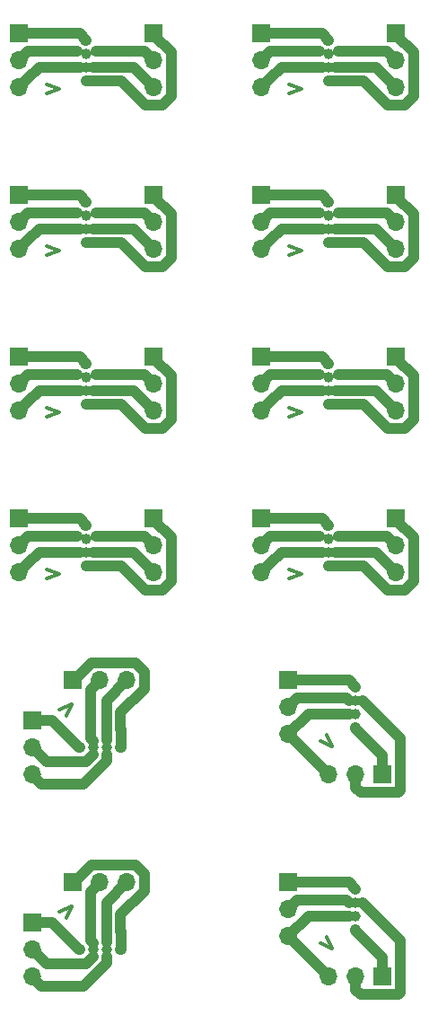
<source format=gbr>
G04 #@! TF.FileFunction,Copper,L1,Top,Signal*
%FSLAX46Y46*%
G04 Gerber Fmt 4.6, Leading zero omitted, Abs format (unit mm)*
G04 Created by KiCad (PCBNEW 4.0.5) date Fri Mar 31 10:56:58 2017*
%MOMM*%
%LPD*%
G01*
G04 APERTURE LIST*
%ADD10C,0.100000*%
%ADD11C,0.300000*%
%ADD12C,1.000760*%
%ADD13R,1.700000X1.700000*%
%ADD14O,1.700000X1.700000*%
%ADD15C,1.000000*%
G04 APERTURE END LIST*
D10*
D11*
X81918655Y-150036776D02*
X83029823Y-149531700D01*
X82524746Y-150642868D01*
X107138224Y-152403655D02*
X107643300Y-153514823D01*
X106532132Y-153009746D01*
X80708572Y-117788571D02*
X81851429Y-118217143D01*
X80708572Y-118645714D01*
X80708572Y-102548571D02*
X81851429Y-102977143D01*
X80708572Y-103405714D01*
X80708572Y-87308571D02*
X81851429Y-87737143D01*
X80708572Y-88165714D01*
X103568572Y-117788571D02*
X104711429Y-118217143D01*
X103568572Y-118645714D01*
X103568572Y-102548571D02*
X104711429Y-102977143D01*
X103568572Y-103405714D01*
X103568572Y-87308571D02*
X104711429Y-87737143D01*
X103568572Y-88165714D01*
X103568572Y-72068571D02*
X104711429Y-72497143D01*
X103568572Y-72925714D01*
X80708572Y-72068571D02*
X81851429Y-72497143D01*
X80708572Y-72925714D01*
X107138224Y-133353655D02*
X107643300Y-134464823D01*
X106532132Y-133959746D01*
X81918655Y-130986776D02*
X83029823Y-130481700D01*
X82524746Y-131592868D01*
D12*
X87630000Y-153670000D03*
X86360000Y-153670000D03*
X85090000Y-153670000D03*
X83820000Y-153670000D03*
D13*
X79375000Y-151130000D03*
D14*
X79375000Y-153670000D03*
X79375000Y-156210000D03*
D13*
X83185000Y-147320000D03*
D14*
X85725000Y-147320000D03*
X88265000Y-147320000D03*
D13*
X103505000Y-147320000D03*
D14*
X103505000Y-149860000D03*
X103505000Y-152400000D03*
D13*
X112395000Y-156210000D03*
D14*
X109855000Y-156210000D03*
X107315000Y-156210000D03*
D12*
X109855000Y-151765000D03*
X109855000Y-150495000D03*
X109855000Y-149225000D03*
X109855000Y-147955000D03*
X84455000Y-117475000D03*
X84455000Y-116205000D03*
X84455000Y-114935000D03*
X84455000Y-113665000D03*
D13*
X78105000Y-113030000D03*
D14*
X78105000Y-115570000D03*
X78105000Y-118110000D03*
D13*
X90805000Y-113030000D03*
D14*
X90805000Y-115570000D03*
X90805000Y-118110000D03*
D12*
X84455000Y-102235000D03*
X84455000Y-100965000D03*
X84455000Y-99695000D03*
X84455000Y-98425000D03*
D13*
X78105000Y-97790000D03*
D14*
X78105000Y-100330000D03*
X78105000Y-102870000D03*
D13*
X90805000Y-97790000D03*
D14*
X90805000Y-100330000D03*
X90805000Y-102870000D03*
D12*
X84455000Y-86995000D03*
X84455000Y-85725000D03*
X84455000Y-84455000D03*
X84455000Y-83185000D03*
D13*
X78105000Y-82550000D03*
D14*
X78105000Y-85090000D03*
X78105000Y-87630000D03*
D13*
X90805000Y-82550000D03*
D14*
X90805000Y-85090000D03*
X90805000Y-87630000D03*
D12*
X107315000Y-117475000D03*
X107315000Y-116205000D03*
X107315000Y-114935000D03*
X107315000Y-113665000D03*
D13*
X113665000Y-113030000D03*
D14*
X113665000Y-115570000D03*
X113665000Y-118110000D03*
D13*
X100965000Y-113030000D03*
D14*
X100965000Y-115570000D03*
X100965000Y-118110000D03*
D12*
X107315000Y-102235000D03*
X107315000Y-100965000D03*
X107315000Y-99695000D03*
X107315000Y-98425000D03*
D13*
X113665000Y-97790000D03*
D14*
X113665000Y-100330000D03*
X113665000Y-102870000D03*
D13*
X100965000Y-97790000D03*
D14*
X100965000Y-100330000D03*
X100965000Y-102870000D03*
D12*
X107315000Y-86995000D03*
X107315000Y-85725000D03*
X107315000Y-84455000D03*
X107315000Y-83185000D03*
D13*
X113665000Y-82550000D03*
D14*
X113665000Y-85090000D03*
X113665000Y-87630000D03*
D13*
X100965000Y-82550000D03*
D14*
X100965000Y-85090000D03*
X100965000Y-87630000D03*
D12*
X107315000Y-71755000D03*
X107315000Y-70485000D03*
X107315000Y-69215000D03*
X107315000Y-67945000D03*
D13*
X113665000Y-67310000D03*
D14*
X113665000Y-69850000D03*
X113665000Y-72390000D03*
D13*
X100965000Y-67310000D03*
D14*
X100965000Y-69850000D03*
X100965000Y-72390000D03*
D12*
X84455000Y-71755000D03*
X84455000Y-70485000D03*
X84455000Y-69215000D03*
X84455000Y-67945000D03*
D13*
X90805000Y-67310000D03*
D14*
X90805000Y-69850000D03*
X90805000Y-72390000D03*
D13*
X78105000Y-67310000D03*
D14*
X78105000Y-69850000D03*
X78105000Y-72390000D03*
D12*
X109855000Y-132715000D03*
X109855000Y-131445000D03*
X109855000Y-130175000D03*
X109855000Y-128905000D03*
D13*
X112395000Y-137160000D03*
D14*
X109855000Y-137160000D03*
X107315000Y-137160000D03*
D13*
X103505000Y-128270000D03*
D14*
X103505000Y-130810000D03*
X103505000Y-133350000D03*
D12*
X87630000Y-134620000D03*
X86360000Y-134620000D03*
X85090000Y-134620000D03*
X83820000Y-134620000D03*
D13*
X83185000Y-128270000D03*
D14*
X85725000Y-128270000D03*
X88265000Y-128270000D03*
D13*
X79375000Y-132080000D03*
D14*
X79375000Y-134620000D03*
X79375000Y-137160000D03*
D15*
X87660010Y-150366992D02*
X87660010Y-151908464D01*
X87660381Y-153639619D02*
X87660381Y-153670000D01*
X87690018Y-153609982D02*
X87660381Y-153639619D01*
X87690018Y-151938472D02*
X87690018Y-153609982D01*
X87660010Y-151908464D02*
X87690018Y-151938472D01*
X83185000Y-147320000D02*
X83282998Y-147320000D01*
X83282998Y-147320000D02*
X84932999Y-145669999D01*
X84932999Y-145669999D02*
X89057001Y-145669999D01*
X89915001Y-146527999D02*
X89915001Y-148112001D01*
X89057001Y-145669999D02*
X89915001Y-146527999D01*
X89915001Y-148112001D02*
X87660010Y-150366992D01*
X112395000Y-154360000D02*
X109855000Y-151820000D01*
X112395000Y-156210000D02*
X112395000Y-154360000D01*
X109855000Y-151820000D02*
X109855000Y-151795381D01*
X90805000Y-113030000D02*
X90805000Y-113127998D01*
X90805000Y-113127998D02*
X92455001Y-114777999D01*
X92455001Y-114777999D02*
X92455001Y-118902001D01*
X92455001Y-118902001D02*
X91597001Y-119760001D01*
X90012999Y-119760001D02*
X87758008Y-117505010D01*
X91597001Y-119760001D02*
X90012999Y-119760001D01*
X87758008Y-117505010D02*
X85079555Y-117505010D01*
X85079184Y-117505381D02*
X84455000Y-117505381D01*
X84485381Y-117505381D02*
X84455000Y-117505381D01*
X85079555Y-117505010D02*
X85079184Y-117505381D01*
X90805000Y-97790000D02*
X90805000Y-97887998D01*
X90805000Y-97887998D02*
X92455001Y-99537999D01*
X92455001Y-99537999D02*
X92455001Y-103662001D01*
X92455001Y-103662001D02*
X91597001Y-104520001D01*
X90012999Y-104520001D02*
X87758008Y-102265010D01*
X91597001Y-104520001D02*
X90012999Y-104520001D01*
X87758008Y-102265010D02*
X85079555Y-102265010D01*
X85079184Y-102265381D02*
X84455000Y-102265381D01*
X84485381Y-102265381D02*
X84455000Y-102265381D01*
X85079555Y-102265010D02*
X85079184Y-102265381D01*
X90805000Y-82550000D02*
X90805000Y-82647998D01*
X90805000Y-82647998D02*
X92455001Y-84297999D01*
X92455001Y-84297999D02*
X92455001Y-88422001D01*
X92455001Y-88422001D02*
X91597001Y-89280001D01*
X90012999Y-89280001D02*
X87758008Y-87025010D01*
X91597001Y-89280001D02*
X90012999Y-89280001D01*
X87758008Y-87025010D02*
X85079555Y-87025010D01*
X85079184Y-87025381D02*
X84455000Y-87025381D01*
X84485381Y-87025381D02*
X84455000Y-87025381D01*
X85079555Y-87025010D02*
X85079184Y-87025381D01*
X110618008Y-117505010D02*
X107939555Y-117505010D01*
X113665000Y-113030000D02*
X113665000Y-113127998D01*
X115315001Y-114777999D02*
X115315001Y-118902001D01*
X113665000Y-113127998D02*
X115315001Y-114777999D01*
X114457001Y-119760001D02*
X112872999Y-119760001D01*
X107939555Y-117505010D02*
X107939184Y-117505381D01*
X107939184Y-117505381D02*
X107315000Y-117505381D01*
X107345381Y-117505381D02*
X107315000Y-117505381D01*
X115315001Y-118902001D02*
X114457001Y-119760001D01*
X112872999Y-119760001D02*
X110618008Y-117505010D01*
X110618008Y-102265010D02*
X107939555Y-102265010D01*
X113665000Y-97790000D02*
X113665000Y-97887998D01*
X115315001Y-99537999D02*
X115315001Y-103662001D01*
X113665000Y-97887998D02*
X115315001Y-99537999D01*
X114457001Y-104520001D02*
X112872999Y-104520001D01*
X107939555Y-102265010D02*
X107939184Y-102265381D01*
X107939184Y-102265381D02*
X107315000Y-102265381D01*
X107345381Y-102265381D02*
X107315000Y-102265381D01*
X115315001Y-103662001D02*
X114457001Y-104520001D01*
X112872999Y-104520001D02*
X110618008Y-102265010D01*
X110618008Y-87025010D02*
X107939555Y-87025010D01*
X113665000Y-82550000D02*
X113665000Y-82647998D01*
X115315001Y-84297999D02*
X115315001Y-88422001D01*
X113665000Y-82647998D02*
X115315001Y-84297999D01*
X114457001Y-89280001D02*
X112872999Y-89280001D01*
X107939555Y-87025010D02*
X107939184Y-87025381D01*
X107939184Y-87025381D02*
X107315000Y-87025381D01*
X107345381Y-87025381D02*
X107315000Y-87025381D01*
X115315001Y-88422001D02*
X114457001Y-89280001D01*
X112872999Y-89280001D02*
X110618008Y-87025010D01*
X110618008Y-71785010D02*
X107939555Y-71785010D01*
X113665000Y-67310000D02*
X113665000Y-67407998D01*
X115315001Y-69057999D02*
X115315001Y-73182001D01*
X113665000Y-67407998D02*
X115315001Y-69057999D01*
X114457001Y-74040001D02*
X112872999Y-74040001D01*
X107939555Y-71785010D02*
X107939184Y-71785381D01*
X107939184Y-71785381D02*
X107315000Y-71785381D01*
X107345381Y-71785381D02*
X107315000Y-71785381D01*
X115315001Y-73182001D02*
X114457001Y-74040001D01*
X112872999Y-74040001D02*
X110618008Y-71785010D01*
X90012999Y-74040001D02*
X87758008Y-71785010D01*
X91597001Y-74040001D02*
X90012999Y-74040001D01*
X92455001Y-73182001D02*
X91597001Y-74040001D01*
X92455001Y-69057999D02*
X92455001Y-73182001D01*
X90805000Y-67310000D02*
X90805000Y-67407998D01*
X90805000Y-67407998D02*
X92455001Y-69057999D01*
X87758008Y-71785010D02*
X85079555Y-71785010D01*
X85079184Y-71785381D02*
X84455000Y-71785381D01*
X84485381Y-71785381D02*
X84455000Y-71785381D01*
X85079555Y-71785010D02*
X85079184Y-71785381D01*
X112395000Y-137160000D02*
X112395000Y-135310000D01*
X112395000Y-135310000D02*
X109855000Y-132770000D01*
X109855000Y-132770000D02*
X109855000Y-132745381D01*
X87660010Y-131316992D02*
X87660010Y-132858464D01*
X87660010Y-132858464D02*
X87690018Y-132888472D01*
X87690018Y-132888472D02*
X87690018Y-134559982D01*
X87690018Y-134559982D02*
X87660381Y-134589619D01*
X87660381Y-134589619D02*
X87660381Y-134620000D01*
X83185000Y-128270000D02*
X83282998Y-128270000D01*
X83282998Y-128270000D02*
X84932999Y-126619999D01*
X84932999Y-126619999D02*
X89057001Y-126619999D01*
X89915001Y-129062001D02*
X87660010Y-131316992D01*
X89057001Y-126619999D02*
X89915001Y-127477999D01*
X89915001Y-127477999D02*
X89915001Y-129062001D01*
X80224999Y-157059999D02*
X84193056Y-157059999D01*
X79375000Y-156210000D02*
X80224999Y-157059999D01*
X84193056Y-157059999D02*
X86390008Y-154863047D01*
X86390008Y-154863047D02*
X86390008Y-154305000D01*
X86360000Y-152446945D02*
X86390008Y-152476953D01*
X86360000Y-149225000D02*
X86360000Y-152446945D01*
X86390008Y-152476953D02*
X86390008Y-152985427D01*
X88265000Y-147320000D02*
X86360000Y-149225000D01*
X103505000Y-152400000D02*
X105410000Y-150495000D01*
X107315000Y-156210000D02*
X103505000Y-152400000D01*
X108661953Y-150525008D02*
X109220000Y-150525008D01*
X108631945Y-150495000D02*
X108661953Y-150525008D01*
X105410000Y-150495000D02*
X108631945Y-150495000D01*
X90805000Y-118110000D02*
X88900000Y-116205000D01*
X88900000Y-116205000D02*
X85109565Y-116205000D01*
X78954999Y-117260001D02*
X80010000Y-116205000D01*
X78105000Y-118110000D02*
X78954999Y-117260001D01*
X80010000Y-116205000D02*
X83800435Y-116205000D01*
X90805000Y-102870000D02*
X88900000Y-100965000D01*
X88900000Y-100965000D02*
X85109565Y-100965000D01*
X78954999Y-102020001D02*
X80010000Y-100965000D01*
X78105000Y-102870000D02*
X78954999Y-102020001D01*
X80010000Y-100965000D02*
X83800435Y-100965000D01*
X90805000Y-87630000D02*
X88900000Y-85725000D01*
X88900000Y-85725000D02*
X85109565Y-85725000D01*
X78954999Y-86780001D02*
X80010000Y-85725000D01*
X78105000Y-87630000D02*
X78954999Y-86780001D01*
X80010000Y-85725000D02*
X83800435Y-85725000D01*
X100965000Y-118110000D02*
X101814999Y-117260001D01*
X101814999Y-117260001D02*
X102870000Y-116205000D01*
X102870000Y-116205000D02*
X106660435Y-116205000D01*
X111760000Y-116205000D02*
X107969565Y-116205000D01*
X113665000Y-118110000D02*
X111760000Y-116205000D01*
X100965000Y-102870000D02*
X101814999Y-102020001D01*
X101814999Y-102020001D02*
X102870000Y-100965000D01*
X102870000Y-100965000D02*
X106660435Y-100965000D01*
X111760000Y-100965000D02*
X107969565Y-100965000D01*
X113665000Y-102870000D02*
X111760000Y-100965000D01*
X100965000Y-87630000D02*
X101814999Y-86780001D01*
X101814999Y-86780001D02*
X102870000Y-85725000D01*
X102870000Y-85725000D02*
X106660435Y-85725000D01*
X111760000Y-85725000D02*
X107969565Y-85725000D01*
X113665000Y-87630000D02*
X111760000Y-85725000D01*
X100965000Y-72390000D02*
X101814999Y-71540001D01*
X101814999Y-71540001D02*
X102870000Y-70485000D01*
X102870000Y-70485000D02*
X106660435Y-70485000D01*
X111760000Y-70485000D02*
X107969565Y-70485000D01*
X113665000Y-72390000D02*
X111760000Y-70485000D01*
X90805000Y-72390000D02*
X88900000Y-70485000D01*
X88900000Y-70485000D02*
X85109565Y-70485000D01*
X80010000Y-70485000D02*
X83800435Y-70485000D01*
X78954999Y-71540001D02*
X80010000Y-70485000D01*
X78105000Y-72390000D02*
X78954999Y-71540001D01*
X107315000Y-137160000D02*
X103505000Y-133350000D01*
X108661953Y-131475008D02*
X109220000Y-131475008D01*
X105410000Y-131445000D02*
X108631945Y-131445000D01*
X108631945Y-131445000D02*
X108661953Y-131475008D01*
X103505000Y-133350000D02*
X105410000Y-131445000D01*
X86360000Y-130175000D02*
X86360000Y-133396945D01*
X86360000Y-133396945D02*
X86390008Y-133426953D01*
X86390008Y-133426953D02*
X86390008Y-133935427D01*
X88265000Y-128270000D02*
X86360000Y-130175000D01*
X86390008Y-135813047D02*
X86390008Y-135255000D01*
X79375000Y-137160000D02*
X80224999Y-138009999D01*
X80224999Y-138009999D02*
X84193056Y-138009999D01*
X84193056Y-138009999D02*
X86390008Y-135813047D01*
X84444184Y-154970381D02*
X85090000Y-154324565D01*
X80675381Y-154970381D02*
X84444184Y-154970381D01*
X79375000Y-153670000D02*
X80675381Y-154970381D01*
X84875001Y-148169999D02*
X84875001Y-152800436D01*
X84875001Y-152800436D02*
X85090000Y-153015435D01*
X85725000Y-147320000D02*
X84875001Y-148169999D01*
X114045001Y-152760436D02*
X110509565Y-149225000D01*
X114045001Y-157700001D02*
X114045001Y-152760436D01*
X110302920Y-157860001D02*
X113885001Y-157860001D01*
X109855000Y-156210000D02*
X109855000Y-157412081D01*
X109855000Y-157412081D02*
X110302920Y-157860001D01*
X113885001Y-157860001D02*
X114045001Y-157700001D01*
X108985436Y-149010001D02*
X109200435Y-149225000D01*
X103505000Y-149860000D02*
X104354999Y-149010001D01*
X104354999Y-149010001D02*
X108985436Y-149010001D01*
X89955001Y-114720001D02*
X85324564Y-114720001D01*
X90805000Y-115570000D02*
X89955001Y-114720001D01*
X78954999Y-114720001D02*
X83585436Y-114720001D01*
X78105000Y-115570000D02*
X78954999Y-114720001D01*
X89955001Y-99480001D02*
X85324564Y-99480001D01*
X90805000Y-100330000D02*
X89955001Y-99480001D01*
X78954999Y-99480001D02*
X83585436Y-99480001D01*
X78105000Y-100330000D02*
X78954999Y-99480001D01*
X89955001Y-84240001D02*
X85324564Y-84240001D01*
X90805000Y-85090000D02*
X89955001Y-84240001D01*
X78954999Y-84240001D02*
X83585436Y-84240001D01*
X78105000Y-85090000D02*
X78954999Y-84240001D01*
X100965000Y-115570000D02*
X101814999Y-114720001D01*
X101814999Y-114720001D02*
X106445436Y-114720001D01*
X112815001Y-114720001D02*
X108184564Y-114720001D01*
X113665000Y-115570000D02*
X112815001Y-114720001D01*
X100965000Y-100330000D02*
X101814999Y-99480001D01*
X101814999Y-99480001D02*
X106445436Y-99480001D01*
X112815001Y-99480001D02*
X108184564Y-99480001D01*
X113665000Y-100330000D02*
X112815001Y-99480001D01*
X100965000Y-85090000D02*
X101814999Y-84240001D01*
X101814999Y-84240001D02*
X106445436Y-84240001D01*
X112815001Y-84240001D02*
X108184564Y-84240001D01*
X113665000Y-85090000D02*
X112815001Y-84240001D01*
X100965000Y-69850000D02*
X101814999Y-69000001D01*
X101814999Y-69000001D02*
X106445436Y-69000001D01*
X112815001Y-69000001D02*
X108184564Y-69000001D01*
X113665000Y-69850000D02*
X112815001Y-69000001D01*
X90805000Y-69850000D02*
X89955001Y-69000001D01*
X89955001Y-69000001D02*
X85324564Y-69000001D01*
X78954999Y-69000001D02*
X83585436Y-69000001D01*
X78105000Y-69850000D02*
X78954999Y-69000001D01*
X109855000Y-137160000D02*
X109855000Y-138362081D01*
X109855000Y-138362081D02*
X110302920Y-138810001D01*
X110302920Y-138810001D02*
X113885001Y-138810001D01*
X113885001Y-138810001D02*
X114045001Y-138650001D01*
X114045001Y-138650001D02*
X114045001Y-133710436D01*
X114045001Y-133710436D02*
X110509565Y-130175000D01*
X103505000Y-130810000D02*
X104354999Y-129960001D01*
X104354999Y-129960001D02*
X108985436Y-129960001D01*
X108985436Y-129960001D02*
X109200435Y-130175000D01*
X85725000Y-128270000D02*
X84875001Y-129119999D01*
X84875001Y-129119999D02*
X84875001Y-133750436D01*
X84875001Y-133750436D02*
X85090000Y-133965435D01*
X79375000Y-134620000D02*
X80675381Y-135920381D01*
X80675381Y-135920381D02*
X84444184Y-135920381D01*
X84444184Y-135920381D02*
X85090000Y-135274565D01*
X83765000Y-153670000D02*
X83789619Y-153670000D01*
X81225000Y-151130000D02*
X83765000Y-153670000D01*
X79375000Y-151130000D02*
X81225000Y-151130000D01*
X109250381Y-147320000D02*
X109855000Y-147924619D01*
X103505000Y-147320000D02*
X109250381Y-147320000D01*
X83850381Y-113030000D02*
X84455000Y-113634619D01*
X78105000Y-113030000D02*
X83850381Y-113030000D01*
X84338545Y-113634619D02*
X84455000Y-113634619D01*
X83850381Y-97790000D02*
X84455000Y-98394619D01*
X78105000Y-97790000D02*
X83850381Y-97790000D01*
X84338545Y-98394619D02*
X84455000Y-98394619D01*
X83850381Y-82550000D02*
X84455000Y-83154619D01*
X78105000Y-82550000D02*
X83850381Y-82550000D01*
X84338545Y-83154619D02*
X84455000Y-83154619D01*
X107198545Y-113634619D02*
X107315000Y-113634619D01*
X106710381Y-113030000D02*
X107315000Y-113634619D01*
X100965000Y-113030000D02*
X106710381Y-113030000D01*
X107198545Y-98394619D02*
X107315000Y-98394619D01*
X106710381Y-97790000D02*
X107315000Y-98394619D01*
X100965000Y-97790000D02*
X106710381Y-97790000D01*
X107198545Y-83154619D02*
X107315000Y-83154619D01*
X106710381Y-82550000D02*
X107315000Y-83154619D01*
X100965000Y-82550000D02*
X106710381Y-82550000D01*
X107198545Y-67914619D02*
X107315000Y-67914619D01*
X106710381Y-67310000D02*
X107315000Y-67914619D01*
X100965000Y-67310000D02*
X106710381Y-67310000D01*
X84338545Y-67914619D02*
X84455000Y-67914619D01*
X83850381Y-67310000D02*
X84455000Y-67914619D01*
X78105000Y-67310000D02*
X83850381Y-67310000D01*
X103505000Y-128270000D02*
X109250381Y-128270000D01*
X109250381Y-128270000D02*
X109855000Y-128874619D01*
X79375000Y-132080000D02*
X81225000Y-132080000D01*
X81225000Y-132080000D02*
X83765000Y-134620000D01*
X83765000Y-134620000D02*
X83789619Y-134620000D01*
M02*

</source>
